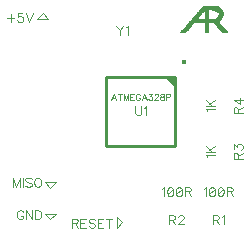
<source format=gto>
G04 DipTrace 3.3.1.1*
G04 TopSilk.gto*
%MOIN*%
G04 #@! TF.FileFunction,Legend,Top*
G04 #@! TF.Part,Single*
%ADD10C,0.009843*%
%ADD12C,0.003*%
%ADD17C,0.004*%
%ADD22O,0.016422X0.016542*%
%ADD48C,0.004632*%
%ADD50C,0.003088*%
%FSLAX26Y26*%
G04*
G70*
G90*
G75*
G01*
G04 TopSilk*
%LPD*%
X976928Y936257D2*
D10*
X748564D1*
Y707933D1*
X976928D1*
Y936257D1*
D22*
X1008043Y987910D3*
G36*
X976928Y936257D2*
X945435D1*
X976928Y904764D1*
Y936257D1*
G37*
X543700Y481200D2*
D17*
X562451Y462449D1*
X581200Y481200D1*
X543700D1*
X543701Y587449D2*
X581200D1*
X562451Y568700D1*
X543701Y587449D1*
X784326Y434325D2*
Y471825D1*
X803075Y453074D1*
X784326Y434325D1*
X556200Y1131200D2*
X518701D1*
X537451Y1149949D1*
X556200Y1131200D1*
X1071451Y1173200D2*
D12*
X1119451D1*
X1068451Y1170200D2*
X1124747D1*
X1065462Y1167200D2*
X1129105D1*
X1062568Y1164200D2*
X1132274D1*
X1059950Y1161200D2*
X1089451D1*
X1105568D2*
X1134492D1*
X1057669Y1158200D2*
X1089451D1*
X1113435D2*
X1135961D1*
X1055438Y1155200D2*
X1071565D1*
X1077451D2*
X1089451D1*
X1119366D2*
X1136780D1*
X1052961Y1152200D2*
X1068949D1*
X1077451D2*
X1089451D1*
X1121880D2*
X1137174D1*
X1050239Y1149200D2*
X1066668D1*
X1077451D2*
X1089451D1*
X1123680D2*
X1137332D1*
X1047367Y1146200D2*
X1064438D1*
X1077451D2*
X1089451D1*
X1123460D2*
X1137294D1*
X1044431Y1143200D2*
X1061961D1*
X1077451D2*
X1089451D1*
X1122556D2*
X1136926D1*
X1041557Y1140200D2*
X1059240D1*
X1077451D2*
X1089451D1*
X1120992D2*
X1136099D1*
X1038946Y1137200D2*
X1056372D1*
X1077451D2*
X1089451D1*
X1118852D2*
X1134833D1*
X1036667Y1134200D2*
X1053451D1*
X1077451D2*
X1089451D1*
X1116451D2*
X1133093D1*
X1034437Y1131200D2*
X1130828D1*
X1031961Y1128200D2*
X1128191D1*
X1029239Y1125200D2*
X1125356D1*
X1026367Y1122200D2*
X1122451D1*
X1023431Y1119200D2*
X1124425D1*
X1020557Y1116200D2*
X1038462D1*
X1077451D2*
X1089451D1*
X1109987D2*
X1126532D1*
X1017946Y1113200D2*
X1035568D1*
X1077451D2*
X1089451D1*
X1112243D2*
X1128963D1*
X1015667Y1110200D2*
X1032950D1*
X1077451D2*
X1089451D1*
X1114467D2*
X1131670D1*
X1013437Y1107200D2*
X1030669D1*
X1077451D2*
X1089451D1*
X1116941D2*
X1134537D1*
X1010961Y1104200D2*
X1028438D1*
X1077451D2*
X1089451D1*
X1119662D2*
X1137483D1*
X1008239Y1101200D2*
X1025961D1*
X1077451D2*
X1089451D1*
X1122523D2*
X1140462D1*
X1005378Y1098200D2*
X1023239D1*
X1077451D2*
X1089451D1*
X1125365D2*
X1143443D1*
X1002545Y1095200D2*
X1020367D1*
X1077451D2*
X1089451D1*
X1127960D2*
X1146326D1*
X1000029Y1092200D2*
X1017419D1*
X1077451D2*
X1089451D1*
X1130209D2*
X1148861D1*
X998062Y1089200D2*
X1014440D1*
X1077451D2*
X1089451D1*
X1132314D2*
X1150836D1*
X996451Y1086200D2*
X1011451D1*
X1077451D2*
X1089451D1*
X1134451D2*
X1152451D1*
X1071451Y1173200D2*
X1068451Y1170200D1*
X1065462Y1167200D1*
X1062568Y1164200D1*
X1059950Y1161200D1*
X1057669Y1158200D1*
X1055438Y1155200D1*
X1052961Y1152200D1*
X1050239Y1149200D1*
X1047367Y1146200D1*
X1044431Y1143200D1*
X1041557Y1140200D1*
X1038946Y1137200D1*
X1036667Y1134200D1*
X1034437Y1131200D1*
X1031961Y1128200D1*
X1029239Y1125200D1*
X1026367Y1122200D1*
X1023431Y1119200D1*
X1020557Y1116200D1*
X1017946Y1113200D1*
X1015667Y1110200D1*
X1013437Y1107200D1*
X1010961Y1104200D1*
X1008239Y1101200D1*
X1005378Y1098200D1*
X1002545Y1095200D1*
X1000029Y1092200D1*
X998062Y1089200D1*
X996451Y1086200D1*
X1119451Y1173200D2*
X1124747Y1170200D1*
X1129105Y1167200D1*
X1132274Y1164200D1*
X1134492Y1161200D1*
X1135961Y1158200D1*
X1136780Y1155200D1*
X1137174Y1152200D1*
X1137332Y1149200D1*
X1137294Y1146200D1*
X1136926Y1143200D1*
X1136099Y1140200D1*
X1134833Y1137200D1*
X1133093Y1134200D1*
X1130828Y1131200D1*
X1128191Y1128200D1*
X1125356Y1125200D1*
X1122451Y1122200D1*
X1124425Y1119200D1*
X1126532Y1116200D1*
X1128963Y1113200D1*
X1131670Y1110200D1*
X1134537Y1107200D1*
X1137483Y1104200D1*
X1140462Y1101200D1*
X1143443Y1098200D1*
X1146326Y1095200D1*
X1148861Y1092200D1*
X1150836Y1089200D1*
X1152451Y1086200D1*
X1089451Y1164200D2*
Y1161200D1*
Y1158200D1*
Y1155200D1*
Y1152200D1*
Y1149200D1*
Y1146200D1*
Y1143200D1*
Y1140200D1*
Y1137200D1*
Y1134200D1*
X1095451Y1164200D2*
X1105568Y1161200D1*
X1113435Y1158200D1*
X1119366Y1155200D1*
X1121880Y1152200D1*
X1123680Y1149200D1*
X1123460Y1146200D1*
X1122556Y1143200D1*
X1120992Y1140200D1*
X1118852Y1137200D1*
X1116451Y1134200D1*
X1074451Y1158200D2*
X1071565Y1155200D1*
X1068949Y1152200D1*
X1066668Y1149200D1*
X1064438Y1146200D1*
X1061961Y1143200D1*
X1059240Y1140200D1*
X1056372Y1137200D1*
X1053451Y1134200D1*
X1077451Y1158200D2*
Y1155200D1*
Y1152200D1*
Y1149200D1*
Y1146200D1*
Y1143200D1*
Y1140200D1*
Y1137200D1*
Y1134200D1*
X1041451Y1119200D2*
X1038462Y1116200D1*
X1035568Y1113200D1*
X1032950Y1110200D1*
X1030669Y1107200D1*
X1028438Y1104200D1*
X1025961Y1101200D1*
X1023239Y1098200D1*
X1020367Y1095200D1*
X1017419Y1092200D1*
X1014440Y1089200D1*
X1011451Y1086200D1*
X1077451Y1119200D2*
Y1116200D1*
Y1113200D1*
Y1110200D1*
Y1107200D1*
Y1104200D1*
Y1101200D1*
Y1098200D1*
Y1095200D1*
Y1092200D1*
Y1089200D1*
Y1086200D1*
X1089451Y1119200D2*
Y1116200D1*
Y1113200D1*
Y1110200D1*
Y1107200D1*
Y1104200D1*
Y1101200D1*
Y1098200D1*
Y1095200D1*
Y1092200D1*
Y1089200D1*
Y1086200D1*
X1107451Y1119200D2*
X1109987Y1116200D1*
X1112243Y1113200D1*
X1114467Y1110200D1*
X1116941Y1107200D1*
X1119662Y1104200D1*
X1122523Y1101200D1*
X1125365Y1098200D1*
X1127960Y1095200D1*
X1130209Y1092200D1*
X1132314Y1089200D1*
X1134451Y1086200D1*
X1104458Y461981D2*
D48*
X1117358D1*
X1121669Y463440D1*
X1123128Y464866D1*
X1124554Y467718D1*
Y470603D1*
X1123128Y473455D1*
X1121669Y474914D1*
X1117358Y476340D1*
X1104458D1*
Y446196D1*
X1114506Y461981D2*
X1124554Y446196D1*
X1133817Y470570D2*
X1136702Y472029D1*
X1141013Y476307D1*
Y446196D1*
X1075098Y564049D2*
X1077983Y565508D1*
X1082294Y569786D1*
Y539675D1*
X1100180Y569786D2*
X1095869Y568360D1*
X1092984Y564049D1*
X1091558Y556886D1*
Y552575D1*
X1092984Y545412D1*
X1095869Y541101D1*
X1100180Y539675D1*
X1103032D1*
X1107343Y541101D1*
X1110195Y545412D1*
X1111654Y552575D1*
Y556886D1*
X1110195Y564049D1*
X1107343Y568360D1*
X1103032Y569786D1*
X1100180D1*
X1110195Y564049D2*
X1092984Y545412D1*
X1129539Y569786D2*
X1125228Y568360D1*
X1122343Y564049D1*
X1120917Y556886D1*
Y552575D1*
X1122343Y545412D1*
X1125228Y541101D1*
X1129539Y539675D1*
X1132391D1*
X1136702Y541101D1*
X1139554Y545412D1*
X1141013Y552575D1*
Y556886D1*
X1139554Y564049D1*
X1136702Y568360D1*
X1132391Y569786D1*
X1129539D1*
X1139554Y564049D2*
X1122343Y545412D1*
X1150277Y555460D2*
X1163177D1*
X1167488Y556919D1*
X1168947Y558345D1*
X1170373Y561197D1*
Y564082D1*
X1168947Y566934D1*
X1167488Y568393D1*
X1163177Y569819D1*
X1150277D1*
Y539675D1*
X1160325Y555460D2*
X1170373Y539675D1*
X958687Y461981D2*
X971587D1*
X975898Y463440D1*
X977357Y464866D1*
X978783Y467718D1*
Y470603D1*
X977357Y473455D1*
X975898Y474914D1*
X971587Y476340D1*
X958687D1*
Y446196D1*
X968735Y461981D2*
X978783Y446196D1*
X989506Y469144D2*
Y470570D1*
X990932Y473455D1*
X992358Y474881D1*
X995243Y476307D1*
X1000980D1*
X1003832Y474881D1*
X1005258Y473455D1*
X1006717Y470570D1*
Y467718D1*
X1005258Y464833D1*
X1002406Y460555D1*
X988047Y446196D1*
X1008143D1*
X935778Y564049D2*
X938663Y565508D1*
X942974Y569786D1*
Y539675D1*
X960860Y569786D2*
X956549Y568360D1*
X953663Y564049D1*
X952237Y556886D1*
Y552575D1*
X953663Y545412D1*
X956549Y541101D1*
X960860Y539675D1*
X963711D1*
X968022Y541101D1*
X970874Y545412D1*
X972333Y552575D1*
Y556886D1*
X970874Y564049D1*
X968022Y568360D1*
X963711Y569786D1*
X960860D1*
X970874Y564049D2*
X953663Y545412D1*
X990219Y569786D2*
X985908Y568360D1*
X983023Y564049D1*
X981597Y556886D1*
Y552575D1*
X983023Y545412D1*
X985908Y541101D1*
X990219Y539675D1*
X993071D1*
X997382Y541101D1*
X1000234Y545412D1*
X1001693Y552575D1*
Y556886D1*
X1000234Y564049D1*
X997382Y568360D1*
X993071Y569786D1*
X990219D1*
X1000234Y564049D2*
X983023Y545412D1*
X1010957Y555460D2*
X1023857D1*
X1028168Y556919D1*
X1029627Y558345D1*
X1031053Y561197D1*
Y564082D1*
X1029627Y566934D1*
X1028168Y568393D1*
X1023857Y569819D1*
X1010957D1*
Y539675D1*
X1021005Y555460D2*
X1031053Y539675D1*
X1085851Y671387D2*
X1084392Y674272D1*
X1080114Y678583D1*
X1110225D1*
X1080081Y687846D2*
X1110225D1*
X1080081Y707942D2*
X1100177Y687846D1*
X1092981Y695009D2*
X1110225Y707942D1*
X1187919Y664937D2*
Y677837D1*
X1186460Y682148D1*
X1185034Y683607D1*
X1182182Y685033D1*
X1179297D1*
X1176445Y683607D1*
X1174986Y682148D1*
X1173560Y677837D1*
Y664937D1*
X1203704D1*
X1187919Y674985D2*
X1203704Y685033D1*
X1173593Y697181D2*
Y712933D1*
X1185067Y704344D1*
Y708655D1*
X1186493Y711507D1*
X1187919Y712933D1*
X1192230Y714392D1*
X1195082D1*
X1199393Y712933D1*
X1202278Y710081D1*
X1203704Y705770D1*
Y701459D1*
X1202278Y697181D1*
X1200819Y695755D1*
X1197967Y694296D1*
X1085851Y823207D2*
X1084392Y826092D1*
X1080114Y830403D1*
X1110225D1*
X1080081Y839667D2*
X1110225D1*
X1080081Y859763D2*
X1100177Y839667D1*
X1092981Y846830D2*
X1110225Y859763D1*
X1187919Y816044D2*
Y828944D1*
X1186460Y833255D1*
X1185034Y834714D1*
X1182182Y836140D1*
X1179297D1*
X1176445Y834714D1*
X1174986Y833255D1*
X1173560Y828944D1*
Y816044D1*
X1203704D1*
X1187919Y826092D2*
X1203704Y836140D1*
Y859763D2*
X1173593D1*
X1193656Y845404D1*
Y866926D1*
X846437Y838974D2*
Y817452D1*
X847863Y813141D1*
X850748Y810289D1*
X855059Y808830D1*
X857911D1*
X862222Y810289D1*
X865107Y813141D1*
X866533Y817452D1*
Y838974D1*
X875796Y833204D2*
X878681Y834663D1*
X882992Y838941D1*
Y808830D1*
X783001Y1108623D2*
X794475Y1094264D1*
Y1078479D1*
X805949Y1108623D2*
X794475Y1094264D1*
X815213Y1102853D2*
X818098Y1104312D1*
X822409Y1108590D1*
Y1078479D1*
X633516Y450416D2*
X646416D1*
X650727Y451876D1*
X652186Y453301D1*
X653612Y456153D1*
Y459038D1*
X652186Y461890D1*
X650727Y463349D1*
X646416Y464775D1*
X633516D1*
Y434631D1*
X643564Y450416D2*
X653612Y434631D1*
X681512Y464775D2*
X662875D1*
Y434631D1*
X681512D1*
X662875Y450416D2*
X674349D1*
X710872Y460464D2*
X708020Y463349D1*
X703709Y464775D1*
X697972D1*
X693661Y463349D1*
X690776Y460464D1*
Y457613D1*
X692235Y454727D1*
X693661Y453301D1*
X696513Y451876D1*
X705135Y448990D1*
X708020Y447565D1*
X709446Y446105D1*
X710872Y443253D1*
Y438942D1*
X708020Y436091D1*
X703709Y434631D1*
X697972D1*
X693661Y436091D1*
X690776Y438942D1*
X738772Y464775D2*
X720135D1*
Y434631D1*
X738772D1*
X720135Y450416D2*
X731609D1*
X758084Y464775D2*
Y434631D1*
X748036Y464775D2*
X768132D1*
X461451Y570996D2*
Y601140D1*
X449977Y570996D1*
X438503Y601140D1*
Y570996D1*
X470714Y601140D2*
Y570996D1*
X500074Y596829D2*
X497222Y599714D1*
X492911Y601140D1*
X487174D1*
X482863Y599714D1*
X479978Y596829D1*
Y593977D1*
X481437Y591092D1*
X482863Y589666D1*
X485715Y588240D1*
X494337Y585355D1*
X497222Y583929D1*
X498648Y582470D1*
X500074Y579618D1*
Y575307D1*
X497222Y572455D1*
X492911Y570996D1*
X487174D1*
X482863Y572455D1*
X479978Y575307D1*
X517959Y601140D2*
X515074Y599714D1*
X512222Y596829D1*
X510763Y593977D1*
X509337Y589666D1*
Y582470D1*
X510763Y578192D1*
X512222Y575307D1*
X515074Y572455D1*
X517959Y570996D1*
X523696D1*
X526548Y572455D1*
X529433Y575307D1*
X530859Y578192D1*
X532285Y582470D1*
Y589666D1*
X530859Y593977D1*
X529433Y596829D1*
X526548Y599714D1*
X523696Y601140D1*
X517959D1*
X473047Y485980D2*
X471621Y488832D1*
X468736Y491717D1*
X465884Y493143D1*
X460147D1*
X457262Y491717D1*
X454410Y488832D1*
X452951Y485980D1*
X451525Y481669D1*
Y474473D1*
X452951Y470195D1*
X454410Y467310D1*
X457262Y464458D1*
X460147Y462999D1*
X465884D1*
X468736Y464458D1*
X471621Y467310D1*
X473047Y470195D1*
Y474473D1*
X465884D1*
X502407Y493143D2*
Y462999D1*
X482311Y493143D1*
Y462999D1*
X511670Y493143D2*
Y462999D1*
X521718D1*
X526029Y464458D1*
X528914Y467310D1*
X530340Y470195D1*
X531766Y474473D1*
Y481669D1*
X530340Y485980D1*
X528914Y488832D1*
X526029Y491717D1*
X521718Y493143D1*
X511670D1*
X430056Y1147712D2*
Y1121879D1*
X417156Y1134779D2*
X442989D1*
X469463Y1149851D2*
X455137D1*
X453711Y1136951D1*
X455137Y1138377D1*
X459448Y1139836D1*
X463726D1*
X468037Y1138377D1*
X470922Y1135525D1*
X472348Y1131214D1*
Y1128362D1*
X470922Y1124051D1*
X468037Y1121166D1*
X463726Y1119740D1*
X459448D1*
X455137Y1121166D1*
X453711Y1122625D1*
X452252Y1125477D1*
X481612Y1149884D2*
X493086Y1119740D1*
X504560Y1149884D1*
X781705Y860571D2*
D50*
X774033Y880667D1*
X766384Y860571D1*
X769258Y867269D2*
X778831D1*
X794579Y880667D2*
Y860571D1*
X787881Y880667D2*
X801278D1*
X822752Y860571D2*
Y880667D1*
X815103Y860571D1*
X807454Y880667D1*
Y860571D1*
X841352Y880667D2*
X828928D1*
Y860571D1*
X841352D1*
X828928Y871094D2*
X836577D1*
X861876Y875891D2*
X860925Y877793D1*
X859002Y879716D1*
X857101Y880667D1*
X853276D1*
X851353Y879716D1*
X849452Y877793D1*
X848479Y875891D1*
X847528Y873017D1*
Y868220D1*
X848479Y865368D1*
X849452Y863445D1*
X851353Y861543D1*
X853276Y860571D1*
X857101D1*
X859002Y861543D1*
X860925Y863445D1*
X861876Y865368D1*
Y868220D1*
X857101D1*
X883373Y860571D2*
X875701Y880667D1*
X868052Y860571D1*
X870926Y867269D2*
X880499D1*
X891472Y880644D2*
X901973D1*
X896247Y872995D1*
X899121D1*
X901022Y872044D1*
X901973Y871094D1*
X902946Y868220D1*
Y866319D1*
X901973Y863445D1*
X900072Y861521D1*
X897198Y860571D1*
X894324D1*
X891472Y861521D1*
X890521Y862494D1*
X889548Y864395D1*
X910094Y875869D2*
Y876820D1*
X911045Y878743D1*
X911995Y879694D1*
X913919Y880644D1*
X917743D1*
X919645Y879694D1*
X920595Y878743D1*
X921568Y876820D1*
Y874918D1*
X920595Y872995D1*
X918694Y870143D1*
X909121Y860571D1*
X922519D1*
X933470Y880644D2*
X930618Y879694D1*
X929645Y877793D1*
Y875869D1*
X930618Y873968D1*
X932519Y872995D1*
X936344Y872044D1*
X939218Y871094D1*
X941119Y869170D1*
X942070Y867269D1*
Y864395D1*
X941119Y862494D1*
X940168Y861521D1*
X937294Y860571D1*
X933470D1*
X930618Y861521D1*
X929645Y862494D1*
X928694Y864395D1*
Y867269D1*
X929645Y869170D1*
X931568Y871094D1*
X934420Y872044D1*
X938245Y872995D1*
X940168Y873968D1*
X941119Y875869D1*
Y877793D1*
X940168Y879694D1*
X937294Y880644D1*
X933470D1*
X948245Y870143D2*
X956867D1*
X959719Y871094D1*
X960692Y872067D1*
X961643Y873968D1*
Y876842D1*
X960692Y878743D1*
X959719Y879716D1*
X956867Y880667D1*
X948245D1*
Y860571D1*
M02*

</source>
